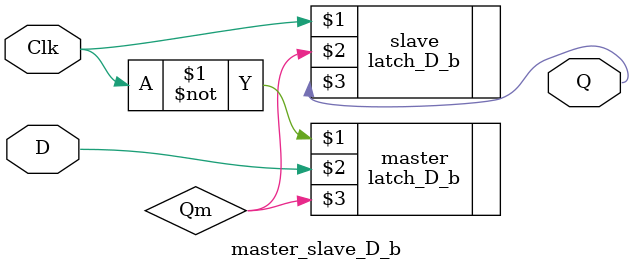
<source format=v>
module master_slave_D_b(
	input Clk,D,
	output Q);
	
	wire Qm;
	
	latch_D_b master(~Clk,D,Qm);
	
	latch_D_b slave(Clk,Qm,Q);
	
endmodule

</source>
